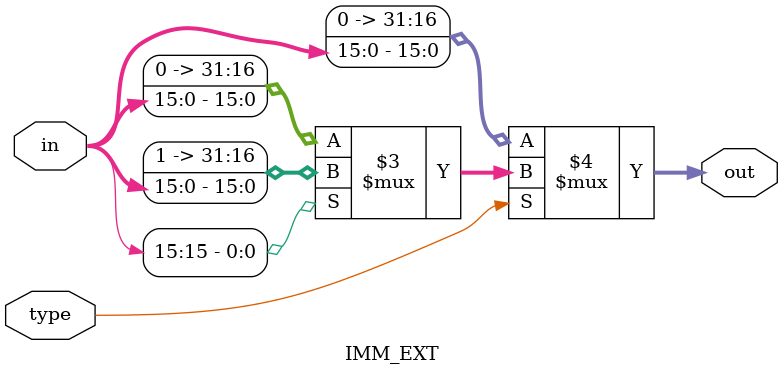
<source format=v>
`timescale 1ns / 1ps
`include "const.v"

module IMM_EXT(
    input [15:0] in,
    input type,
    output [31:0] out
);

    assign out = (type==0) ? {16'h0000,in} :
                (in[15]==0)? {16'h0000,in} : {16'hffff,in};

endmodule

</source>
